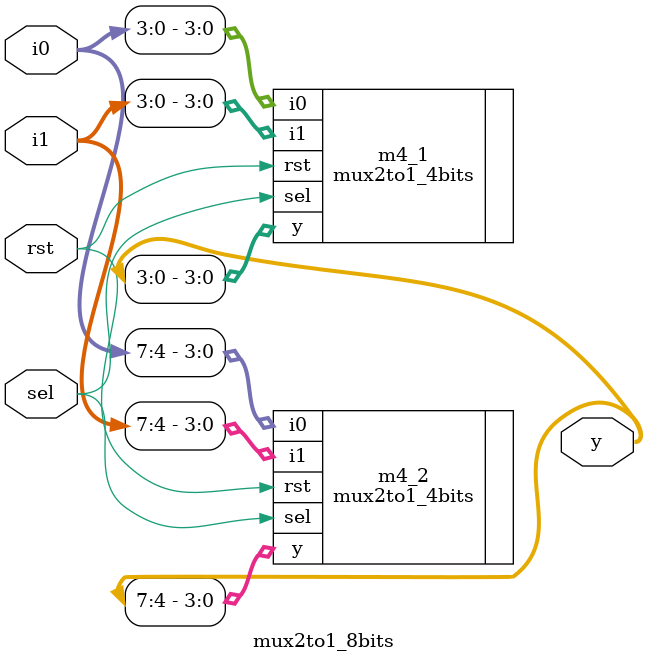
<source format=v>
`timescale 1ns / 1ps
module  mux2to1_8bits (y,i0,i1,sel,rst);
input [7:0] i0, i1;
input sel, rst;
output [7:0] y;

// hereafter m4 means mux2to1_4bits

mux2to1_4bits m4_1 (.y(y[3:0]), .i0(i0[3:0]), .i1(i1[3:0]), .sel(sel),
	.rst(rst));
mux2to1_4bits m4_2 (.y(y[7:4]), .i0(i0[7:4]), .i1(i1[7:4]), .sel(sel),
	.rst(rst));
	
endmodule
</source>
